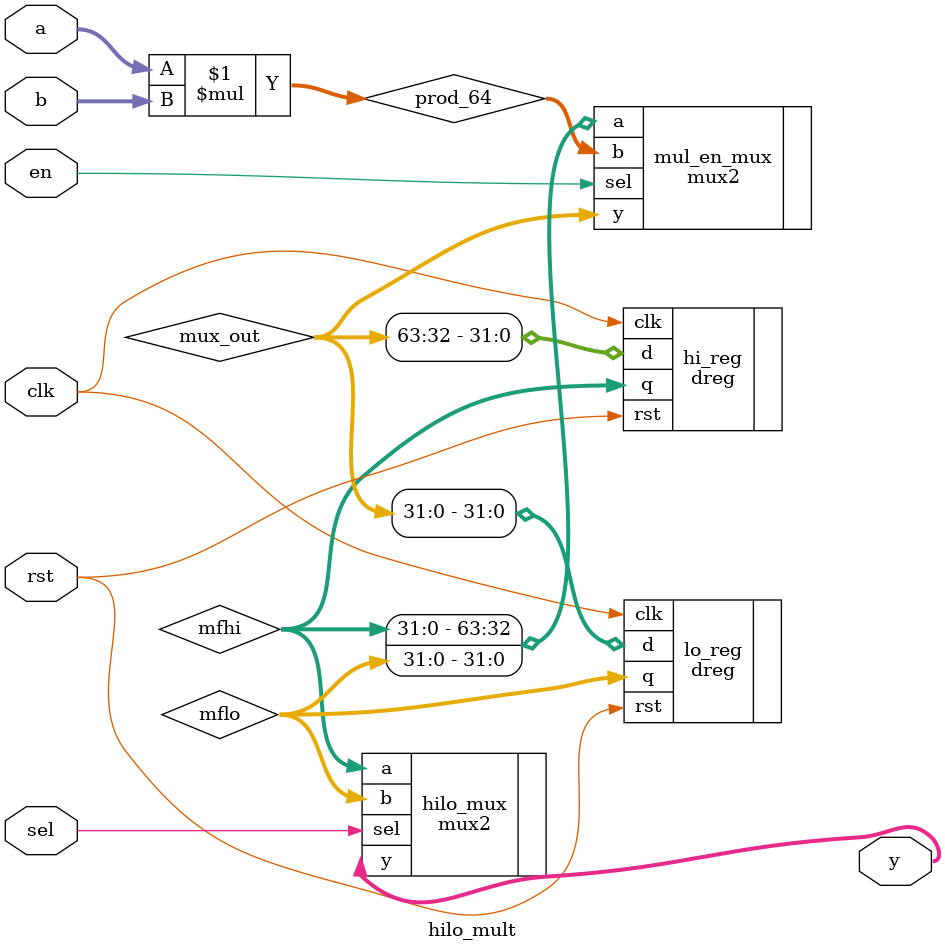
<source format=sv>
`timescale 1ns / 1ps

module hilo_mult (
    input  wire [31:0] a,
    input  wire [31:0] b,
    input  wire        en,
    input  wire        sel,
    input  wire        clk,
    input  wire        rst,
    output wire [31:0] y
    );

    wire [63:0] prod_64;
    wire [63:0] mux_out;
    wire [31:0] mfhi;
    wire [31:0] mflo;

    reg [31:0] hi;
    reg [31:0] lo;

    assign prod_64 = a * b;

    mux2 #(64) mul_en_mux (
        .sel            (en),
        .a              ({mfhi, mflo}),
        .b              (prod_64),
        .y              (mux_out)
        );

    dreg hi_reg (
        .clk            (clk),
        .rst            (rst),
        .d              (mux_out[63:32]),
        .q              (mfhi)
        );

    dreg lo_reg (
        .clk            (clk),
        .rst            (rst),
        .d              (mux_out[31:0]),
        .q              (mflo)
        );

    mux2 #(32) hilo_mux (
        .sel            (sel),
        .a              (mfhi),
        .b              (mflo),
        .y              (y)
        );
    
endmodule

</source>
